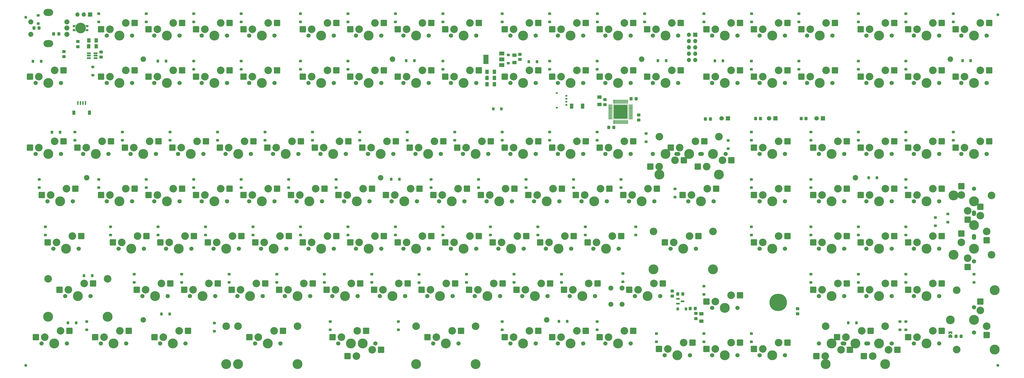
<source format=gbr>
G04 #@! TF.GenerationSoftware,KiCad,Pcbnew,7.0.2*
G04 #@! TF.CreationDate,2023-05-19T23:45:26-04:00*
G04 #@! TF.ProjectId,Boston-keyboard-V082DHA,426f7374-6f6e-42d6-9b65-79626f617264,rev?*
G04 #@! TF.SameCoordinates,Original*
G04 #@! TF.FileFunction,Soldermask,Bot*
G04 #@! TF.FilePolarity,Negative*
%FSLAX46Y46*%
G04 Gerber Fmt 4.6, Leading zero omitted, Abs format (unit mm)*
G04 Created by KiCad (PCBNEW 7.0.2) date 2023-05-19 23:45:26*
%MOMM*%
%LPD*%
G01*
G04 APERTURE LIST*
G04 Aperture macros list*
%AMRoundRect*
0 Rectangle with rounded corners*
0 $1 Rounding radius*
0 $2 $3 $4 $5 $6 $7 $8 $9 X,Y pos of 4 corners*
0 Add a 4 corners polygon primitive as box body*
4,1,4,$2,$3,$4,$5,$6,$7,$8,$9,$2,$3,0*
0 Add four circle primitives for the rounded corners*
1,1,$1+$1,$2,$3*
1,1,$1+$1,$4,$5*
1,1,$1+$1,$6,$7*
1,1,$1+$1,$8,$9*
0 Add four rect primitives between the rounded corners*
20,1,$1+$1,$2,$3,$4,$5,0*
20,1,$1+$1,$4,$5,$6,$7,0*
20,1,$1+$1,$6,$7,$8,$9,0*
20,1,$1+$1,$8,$9,$2,$3,0*%
%AMFreePoly0*
4,1,6,1.000000,0.000000,0.500000,-0.750000,-0.500000,-0.750000,-0.500000,0.750000,0.500000,0.750000,1.000000,0.000000,1.000000,0.000000,$1*%
%AMFreePoly1*
4,1,6,0.500000,-0.750000,-0.650000,-0.750000,-0.150000,0.000000,-0.650000,0.750000,0.500000,0.750000,0.500000,-0.750000,0.500000,-0.750000,$1*%
%AMFreePoly2*
4,1,28,0.525059,0.400000,0.532182,0.397024,0.539142,0.394142,0.539153,0.394113,0.539183,0.394101,0.542090,0.387022,0.545000,0.380000,0.545000,-0.380000,0.539142,-0.394142,0.525000,-0.400000,-0.650000,-0.400000,-0.664142,-0.394142,-0.670000,-0.380000,-0.664142,-0.365858,-0.650000,-0.360000,-0.645403,-0.360000,-0.649771,-0.349394,-0.646861,-0.337380,-0.596034,-0.254811,-0.509604,-0.081220,
-0.439105,0.099429,-0.385107,0.285677,-0.366569,0.380847,-0.365754,0.382315,-0.365871,0.382599,-0.359972,0.396724,-0.345813,0.402541,0.525059,0.400000,0.525059,0.400000,$1*%
%AMFreePoly3*
4,1,27,0.539142,0.394142,0.545000,0.380000,0.545000,-0.380000,0.542090,-0.387022,0.539183,-0.394101,0.539153,-0.394113,0.539142,-0.394142,0.532182,-0.397024,0.525059,-0.400000,-0.345813,-0.402541,-0.359972,-0.396724,-0.365871,-0.382599,-0.360054,-0.368440,-0.356003,-0.366748,-0.366375,-0.362091,-0.372521,-0.351367,-0.392501,-0.256009,-0.449448,-0.069660,-0.522971,0.110794,-0.612470,0.283880,
-0.664821,0.366049,-0.665820,0.369911,-0.670000,0.380000,-0.664142,0.394142,-0.650000,0.400000,0.525000,0.400000,0.539142,0.394142,0.539142,0.394142,$1*%
%AMFreePoly4*
4,1,31,0.319736,0.407785,0.429772,0.357533,0.521194,0.278316,0.586594,0.176551,0.620674,0.060484,0.620674,-0.060484,0.586594,-0.176551,0.521194,-0.278316,0.429772,-0.357533,0.319736,-0.407785,0.199999,-0.425000,-0.575001,-0.424979,-0.592678,-0.417657,-0.600000,-0.399978,-0.592678,-0.382301,-0.590938,-0.381580,-0.588854,-0.372453,-0.535362,-0.282963,-0.445108,-0.094990,-0.372348,0.100422,
-0.317686,0.301647,-0.299623,0.404329,-0.293189,0.416443,-0.292678,0.417678,-0.292493,0.417754,-0.292376,0.417975,-0.278492,0.424755,-0.276455,0.424396,-0.275000,0.425000,0.200000,0.425000,0.319736,0.407785,0.319736,0.407785,$1*%
G04 Aperture macros list end*
%ADD10RoundRect,0.254000X1.016000X1.016000X-1.016000X1.016000X-1.016000X-1.016000X1.016000X-1.016000X0*%
%ADD11C,3.048000*%
%ADD12C,3.987800*%
%ADD13C,1.701800*%
%ADD14C,0.800000*%
%ADD15C,7.000000*%
%ADD16C,2.200000*%
%ADD17R,1.800000X1.800000*%
%ADD18C,1.800000*%
%ADD19C,1.152000*%
%ADD20C,2.000000*%
%ADD21R,1.700000X1.700000*%
%ADD22O,1.700000X1.700000*%
%ADD23C,3.500000*%
%ADD24RoundRect,0.250000X-0.350000X0.250000X-0.350000X-0.250000X0.350000X-0.250000X0.350000X0.250000X0*%
%ADD25RoundRect,0.250001X0.624999X-0.462499X0.624999X0.462499X-0.624999X0.462499X-0.624999X-0.462499X0*%
%ADD26RoundRect,0.250000X0.250000X0.350000X-0.250000X0.350000X-0.250000X-0.350000X0.250000X-0.350000X0*%
%ADD27RoundRect,0.250001X-0.462499X-0.624999X0.462499X-0.624999X0.462499X0.624999X-0.462499X0.624999X0*%
%ADD28R,2.000000X1.500000*%
%ADD29R,2.000000X3.800000*%
%ADD30RoundRect,0.254000X-1.016000X1.016000X-1.016000X-1.016000X1.016000X-1.016000X1.016000X1.016000X0*%
%ADD31RoundRect,0.250000X-0.450000X0.325000X-0.450000X-0.325000X0.450000X-0.325000X0.450000X0.325000X0*%
%ADD32RoundRect,0.254000X-1.016000X-1.016000X1.016000X-1.016000X1.016000X1.016000X-1.016000X1.016000X0*%
%ADD33RoundRect,0.250000X0.350000X0.450000X-0.350000X0.450000X-0.350000X-0.450000X0.350000X-0.450000X0*%
%ADD34RoundRect,0.150000X0.275000X-0.150000X0.275000X0.150000X-0.275000X0.150000X-0.275000X-0.150000X0*%
%ADD35RoundRect,0.175000X0.225000X-0.175000X0.225000X0.175000X-0.225000X0.175000X-0.225000X-0.175000X0*%
%ADD36R,1.400000X2.100000*%
%ADD37RoundRect,0.250000X-0.450000X0.350000X-0.450000X-0.350000X0.450000X-0.350000X0.450000X0.350000X0*%
%ADD38FreePoly0,90.000000*%
%ADD39FreePoly1,90.000000*%
%ADD40RoundRect,0.250001X-0.624999X0.462499X-0.624999X-0.462499X0.624999X-0.462499X0.624999X0.462499X0*%
%ADD41RoundRect,0.250000X0.450000X-0.325000X0.450000X0.325000X-0.450000X0.325000X-0.450000X-0.325000X0*%
%ADD42RoundRect,0.254000X1.016000X-1.016000X1.016000X1.016000X-1.016000X1.016000X-1.016000X-1.016000X0*%
%ADD43RoundRect,0.075000X0.662500X0.075000X-0.662500X0.075000X-0.662500X-0.075000X0.662500X-0.075000X0*%
%ADD44RoundRect,0.075000X0.075000X0.662500X-0.075000X0.662500X-0.075000X-0.662500X0.075000X-0.662500X0*%
%ADD45C,2.032000*%
%ADD46O,3.900000X2.799999*%
%ADD47RoundRect,0.250000X0.325000X0.450000X-0.325000X0.450000X-0.325000X-0.450000X0.325000X-0.450000X0*%
%ADD48RoundRect,0.250000X-0.325000X-0.450000X0.325000X-0.450000X0.325000X0.450000X-0.325000X0.450000X0*%
%ADD49R,1.560000X0.650000*%
%ADD50R,0.600000X1.550000*%
%ADD51C,0.500000*%
%ADD52R,1.200000X1.800000*%
%ADD53RoundRect,0.250000X0.350000X-0.250000X0.350000X0.250000X-0.350000X0.250000X-0.350000X-0.250000X0*%
%ADD54RoundRect,0.062500X0.375000X0.062500X-0.375000X0.062500X-0.375000X-0.062500X0.375000X-0.062500X0*%
%ADD55RoundRect,0.062500X0.062500X0.375000X-0.062500X0.375000X-0.062500X-0.375000X0.062500X-0.375000X0*%
%ADD56R,5.600000X5.600000*%
%ADD57C,4.250000*%
%ADD58FreePoly2,180.000000*%
%ADD59FreePoly3,180.000000*%
%ADD60FreePoly4,0.000000*%
%ADD61FreePoly3,0.000000*%
%ADD62RoundRect,0.150000X-0.587500X-0.150000X0.587500X-0.150000X0.587500X0.150000X-0.587500X0.150000X0*%
G04 APERTURE END LIST*
D10*
X218177750Y-160660000D03*
X231639750Y-158120000D03*
D11*
X221733750Y-160660000D03*
X228083750Y-158120000D03*
X237481750Y-156215000D03*
D12*
X213605750Y-171455000D03*
D11*
X213605750Y-156215000D03*
D13*
X220463750Y-163200000D03*
D12*
X225543750Y-163200000D03*
D13*
X230623750Y-163200000D03*
D12*
X237481750Y-171455000D03*
D10*
X146740250Y-160660000D03*
X160202250Y-158120000D03*
D11*
X150296250Y-160660000D03*
D12*
X166044250Y-171455000D03*
X154106250Y-163200000D03*
D11*
X156646250Y-158120000D03*
X166044250Y-156215000D03*
X142168250Y-156215000D03*
D13*
X149026250Y-163200000D03*
D12*
X142168250Y-171455000D03*
D13*
X159186250Y-163200000D03*
D12*
X187443750Y-163200000D03*
D11*
X137405750Y-156215000D03*
X237481750Y-156215000D03*
D13*
X182363750Y-163200000D03*
X192523750Y-163200000D03*
D12*
X137405750Y-171455000D03*
X237481750Y-171455000D03*
D11*
X189983750Y-158120000D03*
X183633750Y-160660000D03*
D10*
X193539750Y-158120000D03*
X180077750Y-160660000D03*
D14*
X356268500Y-146649500D03*
X357037345Y-144793345D03*
X357037345Y-148505655D03*
X358893500Y-144024500D03*
D15*
X358893500Y-146649500D03*
D14*
X358893500Y-149274500D03*
X360749655Y-144793345D03*
X360749655Y-148505655D03*
X361518500Y-146649500D03*
D16*
X304125200Y-48899992D03*
X389850272Y-96525032D03*
X427950304Y-48899992D03*
D17*
X338732500Y-72712500D03*
D18*
X336192500Y-72712500D03*
D19*
X447000000Y-31000000D03*
D17*
X357782500Y-72712500D03*
D18*
X355242500Y-72712500D03*
D20*
X291750000Y-147400000D03*
X291750000Y-140900000D03*
X296250000Y-147400000D03*
X296250000Y-140900000D03*
D21*
X82825000Y-30950000D03*
D22*
X80285000Y-30950000D03*
X77745000Y-30950000D03*
D19*
X57000000Y-172000000D03*
D16*
X266025168Y-153675080D03*
D19*
X57000000Y-32000000D03*
D16*
X199350112Y-96525032D03*
X104100032Y-153675080D03*
X204112500Y-48900000D03*
D23*
X427950304Y-153675080D03*
D16*
X81478138Y-96525032D03*
D21*
X325655625Y-39087500D03*
D22*
X323115625Y-39087500D03*
X325655625Y-41627500D03*
X323115625Y-41627500D03*
X325655625Y-44167500D03*
X323115625Y-44167500D03*
X325655625Y-46707500D03*
X323115625Y-46707500D03*
X325655625Y-49247500D03*
X323115625Y-49247500D03*
D17*
X376832500Y-72712500D03*
D18*
X374292500Y-72712500D03*
D19*
X447000000Y-172000000D03*
D24*
X124340625Y-97256250D03*
X124340625Y-100556250D03*
D13*
X280630000Y-87000000D03*
D11*
X278090000Y-81920000D03*
D12*
X275550000Y-87000000D03*
D11*
X271740000Y-84460000D03*
D13*
X270470000Y-87000000D03*
D10*
X281646000Y-81920000D03*
X268184000Y-84460000D03*
D12*
X401788000Y-171455000D03*
D11*
X401788000Y-156215000D03*
D13*
X394930000Y-163200000D03*
D11*
X392390000Y-158120000D03*
D12*
X389850000Y-163200000D03*
D11*
X386040000Y-160660000D03*
D13*
X384770000Y-163200000D03*
D12*
X377912000Y-171455000D03*
D11*
X377912000Y-156215000D03*
D10*
X395946000Y-158120000D03*
X382484000Y-160660000D03*
D25*
X253100000Y-50212500D03*
X253100000Y-47237500D03*
D24*
X238640625Y-97256250D03*
X238640625Y-100556250D03*
D26*
X262150000Y-49925000D03*
X258850000Y-49925000D03*
D27*
X242012500Y-53925000D03*
X244987500Y-53925000D03*
D13*
X256817500Y-125100000D03*
D11*
X254277500Y-120020000D03*
D12*
X251737500Y-125100000D03*
D11*
X247927500Y-122560000D03*
D13*
X246657500Y-125100000D03*
D10*
X257833500Y-120020000D03*
X244371500Y-122560000D03*
D24*
X286265625Y-49631250D03*
X286265625Y-52931250D03*
D13*
X423505000Y-163200000D03*
D11*
X420965000Y-158120000D03*
D12*
X418425000Y-163200000D03*
D11*
X414615000Y-160660000D03*
D13*
X413345000Y-163200000D03*
D10*
X424521000Y-158120000D03*
X411059000Y-160660000D03*
D13*
X261580000Y-163200000D03*
D11*
X259040000Y-158120000D03*
D12*
X256500000Y-163200000D03*
D11*
X252690000Y-160660000D03*
D13*
X251420000Y-163200000D03*
D10*
X262596000Y-158120000D03*
X249134000Y-160660000D03*
D24*
X224353125Y-49631250D03*
X224353125Y-52931250D03*
D13*
X99655000Y-58425000D03*
D11*
X97115000Y-53345000D03*
D12*
X94575000Y-58425000D03*
D11*
X90765000Y-55885000D03*
D13*
X89495000Y-58425000D03*
D10*
X100671000Y-53345000D03*
X87209000Y-55885000D03*
D13*
X309205000Y-106050000D03*
D11*
X306665000Y-100970000D03*
D12*
X304125000Y-106050000D03*
D11*
X300315000Y-103510000D03*
D13*
X299045000Y-106050000D03*
D10*
X310221000Y-100970000D03*
X296759000Y-103510000D03*
D28*
X247950000Y-46625000D03*
X247950000Y-48925000D03*
D29*
X241650000Y-48925000D03*
D28*
X247950000Y-51225000D03*
D24*
X276778750Y-97256250D03*
X276778750Y-100556250D03*
D13*
X218717500Y-39375000D03*
D11*
X216177500Y-34295000D03*
D12*
X213637500Y-39375000D03*
D11*
X209827500Y-36835000D03*
D13*
X208557500Y-39375000D03*
D10*
X219733500Y-34295000D03*
X206271500Y-36835000D03*
D24*
X348178125Y-78206250D03*
X348178125Y-81506250D03*
D27*
X242012500Y-58925000D03*
X244987500Y-58925000D03*
D26*
X63150000Y-49725000D03*
X59850000Y-49725000D03*
D13*
X437475000Y-100970000D03*
D11*
X432395000Y-103510000D03*
D12*
X437475000Y-106050000D03*
D11*
X434935000Y-109860000D03*
D13*
X437475000Y-111130000D03*
D30*
X432395000Y-99954000D03*
X434935000Y-113416000D03*
D31*
X87200000Y-46000000D03*
X87200000Y-48050000D03*
D13*
X342542500Y-58425000D03*
D11*
X340002500Y-53345000D03*
D12*
X337462500Y-58425000D03*
D11*
X333652500Y-55885000D03*
D13*
X332382500Y-58425000D03*
D10*
X343558500Y-53345000D03*
X330096500Y-55885000D03*
D13*
X361592500Y-125100000D03*
D11*
X359052500Y-120020000D03*
D12*
X356512500Y-125100000D03*
D11*
X352702500Y-122560000D03*
D13*
X351432500Y-125100000D03*
D10*
X362608500Y-120020000D03*
X349146500Y-122560000D03*
D24*
X348216250Y-30581250D03*
X348216250Y-33881250D03*
D13*
X361592500Y-106050000D03*
D11*
X359052500Y-100970000D03*
D12*
X356512500Y-106050000D03*
D11*
X352702500Y-103510000D03*
D13*
X351432500Y-106050000D03*
D10*
X362608500Y-100970000D03*
X349146500Y-103510000D03*
D24*
X76715625Y-78206250D03*
X76715625Y-81506250D03*
X114853750Y-78206250D03*
X114853750Y-81506250D03*
D26*
X212906372Y-49495305D03*
X209606372Y-49495305D03*
D27*
X82262500Y-41325000D03*
X85237500Y-41325000D03*
D13*
X423505000Y-125100000D03*
D11*
X420965000Y-120020000D03*
D12*
X418425000Y-125100000D03*
D11*
X414615000Y-122560000D03*
D13*
X413345000Y-125100000D03*
D10*
X424521000Y-120020000D03*
X411059000Y-122560000D03*
D13*
X97273750Y-163200000D03*
D11*
X94733750Y-158120000D03*
D12*
X92193750Y-163200000D03*
D11*
X88383750Y-160660000D03*
D13*
X87113750Y-163200000D03*
D10*
X98289750Y-158120000D03*
X84827750Y-160660000D03*
D12*
X89844250Y-152405000D03*
D11*
X89844250Y-137165000D03*
D13*
X82986250Y-144150000D03*
D11*
X80446250Y-139070000D03*
D12*
X77906250Y-144150000D03*
D11*
X74096250Y-141610000D03*
D13*
X72826250Y-144150000D03*
D12*
X65968250Y-152405000D03*
D11*
X65968250Y-137165000D03*
D10*
X84002250Y-139070000D03*
X70540250Y-141610000D03*
D13*
X394295000Y-163200000D03*
D11*
X396835000Y-168280000D03*
D12*
X399375000Y-163200000D03*
D11*
X403185000Y-165740000D03*
D13*
X404455000Y-163200000D03*
D32*
X393279000Y-168280000D03*
X406741000Y-165740000D03*
D24*
X243403125Y-116306250D03*
X243403125Y-119606250D03*
D13*
X142517500Y-125100000D03*
D11*
X139977500Y-120020000D03*
D12*
X137437500Y-125100000D03*
D11*
X133627500Y-122560000D03*
D13*
X132357500Y-125100000D03*
D10*
X143533500Y-120020000D03*
X130071500Y-122560000D03*
D13*
X299680000Y-39375000D03*
D11*
X297140000Y-34295000D03*
D12*
X294600000Y-39375000D03*
D11*
X290790000Y-36835000D03*
D13*
X289520000Y-39375000D03*
D10*
X300696000Y-34295000D03*
X287234000Y-36835000D03*
D13*
X333017500Y-106050000D03*
D11*
X330477500Y-100970000D03*
D12*
X327937500Y-106050000D03*
D11*
X324127500Y-103510000D03*
D13*
X322857500Y-106050000D03*
D10*
X334033500Y-100970000D03*
X320571500Y-103510000D03*
D13*
X132992500Y-144150000D03*
D11*
X130452500Y-139070000D03*
D12*
X127912500Y-144150000D03*
D11*
X124102500Y-141610000D03*
D13*
X122832500Y-144150000D03*
D10*
X134008500Y-139070000D03*
X120546500Y-141610000D03*
D24*
X407709375Y-154406250D03*
X407709375Y-157706250D03*
X329128125Y-30581250D03*
X329128125Y-33881250D03*
D13*
X266342500Y-144150000D03*
D11*
X263802500Y-139070000D03*
D12*
X261262500Y-144150000D03*
D11*
X257452500Y-141610000D03*
D13*
X256182500Y-144150000D03*
D10*
X267358500Y-139070000D03*
X253896500Y-141610000D03*
D13*
X218717500Y-125100000D03*
D11*
X216177500Y-120020000D03*
D12*
X213637500Y-125100000D03*
D11*
X209827500Y-122560000D03*
D13*
X208557500Y-125100000D03*
D10*
X219733500Y-120020000D03*
X206271500Y-122560000D03*
D24*
X172003750Y-78206250D03*
X172003750Y-81506250D03*
D13*
X185380000Y-87000000D03*
D11*
X182840000Y-81920000D03*
D12*
X180300000Y-87000000D03*
D11*
X176490000Y-84460000D03*
D13*
X175220000Y-87000000D03*
D10*
X186396000Y-81920000D03*
X172934000Y-84460000D03*
D12*
X332731964Y-133355000D03*
D11*
X332731964Y-118115000D03*
D13*
X325873964Y-125100000D03*
D11*
X323333964Y-120020000D03*
D12*
X320793964Y-125100000D03*
D11*
X316983964Y-122560000D03*
D13*
X315713964Y-125100000D03*
D12*
X308855964Y-133355000D03*
D11*
X308855964Y-118115000D03*
D10*
X326889964Y-120020000D03*
X313427964Y-122560000D03*
D24*
X219590625Y-97256250D03*
X219590625Y-100556250D03*
D13*
X299680000Y-87000000D03*
D11*
X297140000Y-81920000D03*
D12*
X294600000Y-87000000D03*
D11*
X290790000Y-84460000D03*
D13*
X289520000Y-87000000D03*
D10*
X300696000Y-81920000D03*
X287234000Y-84460000D03*
D13*
X156805000Y-58425000D03*
D11*
X154265000Y-53345000D03*
D12*
X151725000Y-58425000D03*
D11*
X147915000Y-55885000D03*
D13*
X146645000Y-58425000D03*
D10*
X157821000Y-53345000D03*
X144359000Y-55885000D03*
D13*
X199667500Y-125100000D03*
D11*
X197127500Y-120020000D03*
D12*
X194587500Y-125100000D03*
D11*
X190777500Y-122560000D03*
D13*
X189507500Y-125100000D03*
D10*
X200683500Y-120020000D03*
X187221500Y-122560000D03*
D26*
X70750000Y-78225000D03*
X67450000Y-78225000D03*
D13*
X261580160Y-39375000D03*
D11*
X259040160Y-34295000D03*
D12*
X256500160Y-39375000D03*
D11*
X252690160Y-36835000D03*
D13*
X251420160Y-39375000D03*
D10*
X262596160Y-34295000D03*
X249134160Y-36835000D03*
D24*
X167241250Y-116306250D03*
X167241250Y-119606250D03*
D13*
X223480000Y-87000000D03*
D11*
X220940000Y-81920000D03*
D12*
X218400000Y-87000000D03*
D11*
X214590000Y-84460000D03*
D13*
X213320000Y-87000000D03*
D10*
X224496000Y-81920000D03*
X211034000Y-84460000D03*
D13*
X442555000Y-87000000D03*
D11*
X440015000Y-81920000D03*
D12*
X437475000Y-87000000D03*
D11*
X433665000Y-84460000D03*
D13*
X432395000Y-87000000D03*
D10*
X443571000Y-81920000D03*
X430109000Y-84460000D03*
D24*
X296600000Y-135075000D03*
X296600000Y-138375000D03*
X410090625Y-97256250D03*
X410090625Y-100556250D03*
D31*
X289400000Y-65139069D03*
X289400000Y-67189069D03*
D13*
X118705000Y-106050000D03*
D11*
X116165000Y-100970000D03*
D12*
X113625000Y-106050000D03*
D11*
X109815000Y-103510000D03*
D13*
X108545000Y-106050000D03*
D10*
X119721000Y-100970000D03*
X106259000Y-103510000D03*
D13*
X194905000Y-106050000D03*
D11*
X192365000Y-100970000D03*
D12*
X189825000Y-106050000D03*
D11*
X186015000Y-103510000D03*
D13*
X184745000Y-106050000D03*
D10*
X195921000Y-100970000D03*
X182459000Y-103510000D03*
D24*
X61975000Y-31275000D03*
X61975000Y-34575000D03*
D13*
X113942500Y-144150000D03*
D11*
X111402500Y-139070000D03*
D12*
X108862500Y-144150000D03*
D11*
X105052500Y-141610000D03*
D13*
X103782500Y-144150000D03*
D10*
X114958500Y-139070000D03*
X101496500Y-141610000D03*
D13*
X404455000Y-144150000D03*
D11*
X401915000Y-139070000D03*
D12*
X399375000Y-144150000D03*
D11*
X395565000Y-141610000D03*
D13*
X394295000Y-144150000D03*
D10*
X405471000Y-139070000D03*
X392009000Y-141610000D03*
D13*
X190142500Y-144150000D03*
D11*
X187602500Y-139070000D03*
D12*
X185062500Y-144150000D03*
D11*
X181252500Y-141610000D03*
D13*
X179982500Y-144150000D03*
D10*
X191158500Y-139070000D03*
X177696500Y-141610000D03*
D24*
X367228125Y-30581250D03*
X367228125Y-33881250D03*
D13*
X90130000Y-87000000D03*
D11*
X87590000Y-81920000D03*
D12*
X85050000Y-87000000D03*
D11*
X81240000Y-84460000D03*
D13*
X79970000Y-87000000D03*
D10*
X91146000Y-81920000D03*
X77684000Y-84460000D03*
D12*
X335113000Y-95255000D03*
D11*
X335113000Y-80015000D03*
D13*
X328255000Y-87000000D03*
D11*
X325715000Y-81920000D03*
D12*
X323175000Y-87000000D03*
D11*
X319365000Y-84460000D03*
D13*
X318095000Y-87000000D03*
D12*
X311237000Y-95255000D03*
D11*
X311237000Y-80015000D03*
D10*
X329271000Y-81920000D03*
X315809000Y-84460000D03*
D24*
X143390625Y-30581250D03*
X143390625Y-33881250D03*
D13*
X128230000Y-87000000D03*
D11*
X125690000Y-81920000D03*
D12*
X123150000Y-87000000D03*
D11*
X119340000Y-84460000D03*
D13*
X118070000Y-87000000D03*
D10*
X129246000Y-81920000D03*
X115784000Y-84460000D03*
D31*
X366700000Y-149200000D03*
X366700000Y-151250000D03*
D24*
X437475000Y-135356250D03*
X437475000Y-138656250D03*
D13*
X423505000Y-87000000D03*
D11*
X420965000Y-81920000D03*
D12*
X418425000Y-87000000D03*
D11*
X414615000Y-84460000D03*
D13*
X413345000Y-87000000D03*
D10*
X424521000Y-81920000D03*
X411059000Y-84460000D03*
D13*
X442555000Y-58425000D03*
D11*
X440015000Y-53345000D03*
D12*
X437475000Y-58425000D03*
D11*
X433665000Y-55885000D03*
D13*
X432395000Y-58425000D03*
D10*
X443571000Y-53345000D03*
X430109000Y-55885000D03*
D13*
X199667606Y-39375000D03*
D11*
X197127606Y-34295000D03*
D12*
X194587606Y-39375000D03*
D11*
X190777606Y-36835000D03*
D13*
X189507606Y-39375000D03*
D10*
X200683606Y-34295000D03*
X187221606Y-36835000D03*
D13*
X404455000Y-39375000D03*
D11*
X401915000Y-34295000D03*
D12*
X399375000Y-39375000D03*
D11*
X395565000Y-36835000D03*
D13*
X394295000Y-39375000D03*
D10*
X405471000Y-34295000D03*
X392009000Y-36835000D03*
D24*
X205341250Y-30581250D03*
X205341250Y-33881250D03*
D13*
X156805000Y-39375000D03*
D11*
X154265000Y-34295000D03*
D12*
X151725000Y-39375000D03*
D11*
X147915000Y-36835000D03*
D13*
X146645000Y-39375000D03*
D10*
X157821000Y-34295000D03*
X144359000Y-36835000D03*
D24*
X317460000Y-101066250D03*
X317460000Y-104366250D03*
X124340625Y-49631250D03*
X124340625Y-52931250D03*
D31*
X77900000Y-41800000D03*
X77900000Y-43850000D03*
D24*
X81478125Y-154406250D03*
X81478125Y-157706250D03*
D33*
X351800000Y-72725000D03*
X349800000Y-72725000D03*
D13*
X275867500Y-125100000D03*
D11*
X273327500Y-120020000D03*
D12*
X270787500Y-125100000D03*
D11*
X266977500Y-122560000D03*
D13*
X265707500Y-125100000D03*
D10*
X276883500Y-120020000D03*
X263421500Y-122560000D03*
D13*
X237767500Y-58425000D03*
D11*
X235227500Y-53345000D03*
D12*
X232687500Y-58425000D03*
D11*
X228877500Y-55885000D03*
D13*
X227607500Y-58425000D03*
D10*
X238783500Y-53345000D03*
X225321500Y-55885000D03*
D34*
X273875000Y-67225000D03*
X273875000Y-66025000D03*
X273875000Y-64825000D03*
X273875000Y-63625000D03*
D35*
X270100000Y-68375000D03*
X270100000Y-62475000D03*
D13*
X404455000Y-125100000D03*
D11*
X401915000Y-120020000D03*
D12*
X399375000Y-125100000D03*
D11*
X395565000Y-122560000D03*
D13*
X394295000Y-125100000D03*
D10*
X405471000Y-120020000D03*
X392009000Y-122560000D03*
D36*
X280400000Y-67725000D03*
X276000000Y-67725000D03*
D13*
X280630000Y-39375000D03*
D11*
X278090000Y-34295000D03*
D12*
X275550000Y-39375000D03*
D11*
X271740000Y-36835000D03*
D13*
X270470000Y-39375000D03*
D10*
X281646000Y-34295000D03*
X268184000Y-36835000D03*
D13*
X342542500Y-148912500D03*
D11*
X340002500Y-143832500D03*
D12*
X337462500Y-148912500D03*
D11*
X333652500Y-146372500D03*
D13*
X332382500Y-148912500D03*
D10*
X343558500Y-143832500D03*
X330096500Y-146372500D03*
D24*
X64809375Y-116306250D03*
X64809375Y-119606250D03*
X348178125Y-159168750D03*
X348178125Y-162468750D03*
D13*
X209192500Y-144150000D03*
D11*
X206652500Y-139070000D03*
D12*
X204112500Y-144150000D03*
D11*
X200302500Y-141610000D03*
D13*
X199032500Y-144150000D03*
D10*
X210208500Y-139070000D03*
X196746500Y-141610000D03*
D24*
X124340625Y-30581250D03*
X124340625Y-33881250D03*
D37*
X255300000Y-46925000D03*
X255300000Y-48925000D03*
D24*
X91003125Y-116306250D03*
X91003125Y-119606250D03*
X301743948Y-116306300D03*
X301743948Y-119606300D03*
D13*
X180617500Y-58425000D03*
D11*
X178077500Y-53345000D03*
D12*
X175537500Y-58425000D03*
D11*
X171727500Y-55885000D03*
D13*
X170457500Y-58425000D03*
D10*
X181633500Y-53345000D03*
X168171500Y-55885000D03*
D13*
X437475000Y-120020000D03*
D11*
X432395000Y-122560000D03*
D12*
X437475000Y-125100000D03*
D11*
X434935000Y-128910000D03*
D13*
X437475000Y-130180000D03*
D30*
X432395000Y-119004000D03*
X434935000Y-132466000D03*
D38*
X427950304Y-160353210D03*
D39*
X427950304Y-158903210D03*
D13*
X327620000Y-87000000D03*
D11*
X330160000Y-92080000D03*
D12*
X332700000Y-87000000D03*
D11*
X336510000Y-89540000D03*
D13*
X337780000Y-87000000D03*
D32*
X326604000Y-92080000D03*
X340066000Y-89540000D03*
D24*
X119578125Y-135356250D03*
X119578125Y-138656250D03*
D13*
X187126250Y-163200000D03*
D11*
X189666250Y-168280000D03*
D12*
X192206250Y-163200000D03*
D11*
X196016250Y-165740000D03*
D13*
X197286250Y-163200000D03*
D32*
X186110250Y-168280000D03*
X199572250Y-165740000D03*
D24*
X295790625Y-97256250D03*
X295790625Y-100556250D03*
X83859375Y-52012500D03*
X83859375Y-55312500D03*
D13*
X180617590Y-39375000D03*
D11*
X178077590Y-34295000D03*
D12*
X175537590Y-39375000D03*
D11*
X171727590Y-36835000D03*
D13*
X170457590Y-39375000D03*
D10*
X181633590Y-34295000D03*
X168171590Y-36835000D03*
D13*
X290155000Y-106050000D03*
D11*
X287615000Y-100970000D03*
D12*
X285075000Y-106050000D03*
D11*
X281265000Y-103510000D03*
D13*
X279995000Y-106050000D03*
D10*
X291171000Y-100970000D03*
X277709000Y-103510000D03*
D13*
X308570000Y-87000000D03*
D11*
X311110000Y-92080000D03*
D12*
X313650000Y-87000000D03*
D11*
X317460000Y-89540000D03*
D13*
X318730000Y-87000000D03*
D32*
X307554000Y-92080000D03*
X321016000Y-89540000D03*
D13*
X404455000Y-106050000D03*
D11*
X401915000Y-100970000D03*
D12*
X399375000Y-106050000D03*
D11*
X395565000Y-103510000D03*
D13*
X394295000Y-106050000D03*
D10*
X405471000Y-100970000D03*
X392009000Y-103510000D03*
D24*
X329128125Y-140118750D03*
X329128125Y-143418750D03*
D13*
X118705000Y-39375000D03*
D11*
X116165000Y-34295000D03*
D12*
X113625000Y-39375000D03*
D11*
X109815000Y-36835000D03*
D13*
X108545000Y-39375000D03*
D10*
X119721000Y-34295000D03*
X106259000Y-36835000D03*
D40*
X328100000Y-151237500D03*
X328100000Y-154212500D03*
D13*
X237767500Y-125100000D03*
D11*
X235227500Y-120020000D03*
D12*
X232687500Y-125100000D03*
D11*
X228877500Y-122560000D03*
D13*
X227607500Y-125100000D03*
D10*
X238783500Y-120020000D03*
X225321500Y-122560000D03*
D24*
X348178125Y-116306250D03*
X348178125Y-119606250D03*
D13*
X137755000Y-106050000D03*
D11*
X135215000Y-100970000D03*
D12*
X132675000Y-106050000D03*
D11*
X128865000Y-103510000D03*
D13*
X127595000Y-106050000D03*
D10*
X138771000Y-100970000D03*
X125309000Y-103510000D03*
D13*
X199667500Y-58425000D03*
D11*
X197127500Y-53345000D03*
D12*
X194587500Y-58425000D03*
D11*
X190777500Y-55885000D03*
D13*
X189507500Y-58425000D03*
D10*
X200683500Y-53345000D03*
X187221500Y-55885000D03*
D26*
X436148747Y-49495305D03*
X432848747Y-49495305D03*
D24*
X305911139Y-78801581D03*
X305911139Y-82101581D03*
X129103125Y-116306250D03*
X129103125Y-119606250D03*
D41*
X302900000Y-73350000D03*
X302900000Y-71300000D03*
D13*
X171092500Y-144150000D03*
D11*
X168552500Y-139070000D03*
D12*
X166012500Y-144150000D03*
D11*
X162202500Y-141610000D03*
D13*
X160932500Y-144150000D03*
D10*
X172108500Y-139070000D03*
X158646500Y-141610000D03*
D13*
X342542500Y-167962500D03*
D11*
X340002500Y-162882500D03*
D12*
X337462500Y-167962500D03*
D11*
X333652500Y-165422500D03*
D13*
X332382500Y-167962500D03*
D10*
X343558500Y-162882500D03*
X330096500Y-165422500D03*
D13*
X75842500Y-106050000D03*
D11*
X73302500Y-100970000D03*
D12*
X70762500Y-106050000D03*
D11*
X66952500Y-103510000D03*
D13*
X65682500Y-106050000D03*
D10*
X76858500Y-100970000D03*
X63396500Y-103510000D03*
D13*
X375245000Y-163200000D03*
D11*
X377785000Y-168280000D03*
D12*
X380325000Y-163200000D03*
D11*
X384135000Y-165740000D03*
D13*
X385405000Y-163200000D03*
D32*
X374229000Y-168280000D03*
X387691000Y-165740000D03*
D24*
X329128125Y-159168750D03*
X329128125Y-162468750D03*
X371990625Y-97256250D03*
X371990625Y-100556250D03*
D13*
X99655000Y-106050000D03*
D11*
X97115000Y-100970000D03*
D12*
X94575000Y-106050000D03*
D11*
X90765000Y-103510000D03*
D13*
X89495000Y-106050000D03*
D10*
X100671000Y-100970000D03*
X87209000Y-103510000D03*
D24*
X338800000Y-81550000D03*
X338800000Y-84850000D03*
D13*
X71080000Y-58425000D03*
D11*
X68540000Y-53345000D03*
D12*
X66000000Y-58425000D03*
D11*
X62190000Y-55885000D03*
D13*
X60920000Y-58425000D03*
D10*
X72096000Y-53345000D03*
X58634000Y-55885000D03*
D13*
X318730000Y-39375000D03*
D11*
X316190000Y-34295000D03*
D12*
X313650000Y-39375000D03*
D11*
X309840000Y-36835000D03*
D13*
X308570000Y-39375000D03*
D10*
X319746000Y-34295000D03*
X306284000Y-36835000D03*
D24*
X176766250Y-135356250D03*
X176766250Y-138656250D03*
X248165625Y-78206250D03*
X248165625Y-81506250D03*
D13*
X361592500Y-167962500D03*
D11*
X359052500Y-162882500D03*
D12*
X356512500Y-167962500D03*
D11*
X352702500Y-165422500D03*
D13*
X351432500Y-167962500D03*
D10*
X362608500Y-162882500D03*
X349146500Y-165422500D03*
D13*
X261580000Y-87000000D03*
D11*
X259040000Y-81920000D03*
D12*
X256500000Y-87000000D03*
D11*
X252690000Y-84460000D03*
D13*
X251420000Y-87000000D03*
D10*
X262596000Y-81920000D03*
X249134000Y-84460000D03*
D13*
X99655000Y-39375000D03*
D11*
X97115000Y-34295000D03*
D12*
X94575000Y-39375000D03*
D11*
X90765000Y-36835000D03*
D13*
X89495000Y-39375000D03*
D10*
X100671000Y-34295000D03*
X87209000Y-36835000D03*
D24*
X138628125Y-135356250D03*
X138628125Y-138656250D03*
D40*
X287200000Y-64081256D03*
X287200000Y-67056256D03*
D13*
X147280000Y-87000000D03*
D11*
X144740000Y-81920000D03*
D12*
X142200000Y-87000000D03*
D11*
X138390000Y-84460000D03*
D13*
X137120000Y-87000000D03*
D10*
X148296000Y-81920000D03*
X134834000Y-84460000D03*
D24*
X371990625Y-135356250D03*
X371990625Y-138656250D03*
X305315625Y-30581250D03*
X305315625Y-33881250D03*
D12*
X429220000Y-127513000D03*
D11*
X444460000Y-127513000D03*
D13*
X437475000Y-120655000D03*
D11*
X442555000Y-118115000D03*
D12*
X437475000Y-115575000D03*
D11*
X440015000Y-111765000D03*
D13*
X437475000Y-110495000D03*
D12*
X429220000Y-103637000D03*
D11*
X444460000Y-103637000D03*
D42*
X442555000Y-121671000D03*
X440015000Y-108209000D03*
D13*
X361592500Y-58425000D03*
D11*
X359052500Y-53345000D03*
D12*
X356512500Y-58425000D03*
D11*
X352702500Y-55885000D03*
D13*
X351432500Y-58425000D03*
D10*
X362608500Y-53345000D03*
X349146500Y-55885000D03*
D13*
X228242500Y-144150000D03*
D11*
X225702500Y-139070000D03*
D12*
X223162500Y-144150000D03*
D11*
X219352500Y-141610000D03*
D13*
X218082500Y-144150000D03*
D10*
X229258500Y-139070000D03*
X215796500Y-141610000D03*
D24*
X391040625Y-49631250D03*
X391040625Y-52931250D03*
X281503125Y-116306250D03*
X281503125Y-119606250D03*
X286265625Y-78206250D03*
X286265625Y-81506250D03*
D13*
X361592500Y-39375000D03*
D11*
X359052500Y-34295000D03*
D12*
X356512500Y-39375000D03*
D11*
X352702500Y-36835000D03*
D13*
X351432500Y-39375000D03*
D10*
X362608500Y-34295000D03*
X349146500Y-36835000D03*
D24*
X210065625Y-78206250D03*
X210065625Y-81506250D03*
X348178125Y-49631250D03*
X348178125Y-52931250D03*
D26*
X274223611Y-154270393D03*
X270923611Y-154270393D03*
D24*
X224391250Y-30581250D03*
X224391250Y-33881250D03*
D13*
X280630000Y-163200000D03*
D11*
X278090000Y-158120000D03*
D12*
X275550000Y-163200000D03*
D11*
X271740000Y-160660000D03*
D13*
X270470000Y-163200000D03*
D10*
X281646000Y-158120000D03*
X268184000Y-160660000D03*
D13*
X121086250Y-163200000D03*
D11*
X118546250Y-158120000D03*
D12*
X116006250Y-163200000D03*
D11*
X112196250Y-160660000D03*
D13*
X110926250Y-163200000D03*
D10*
X122102250Y-158120000D03*
X108640250Y-160660000D03*
D13*
X380642500Y-39375000D03*
D11*
X378102500Y-34295000D03*
D12*
X375562500Y-39375000D03*
D11*
X371752500Y-36835000D03*
D13*
X370482500Y-39375000D03*
D10*
X381658500Y-34295000D03*
X368196500Y-36835000D03*
D13*
X442555000Y-39375000D03*
D11*
X440015000Y-34295000D03*
D12*
X437475000Y-39375000D03*
D11*
X433665000Y-36835000D03*
D13*
X432395000Y-39375000D03*
D10*
X443571000Y-34295000D03*
X430109000Y-36835000D03*
D13*
X404455000Y-87000000D03*
D11*
X401915000Y-81920000D03*
D12*
X399375000Y-87000000D03*
D11*
X395565000Y-84460000D03*
D13*
X394295000Y-87000000D03*
D10*
X405471000Y-81920000D03*
X392009000Y-84460000D03*
D24*
X257690625Y-97256250D03*
X257690625Y-100556250D03*
X186253125Y-116306250D03*
X186253125Y-119606250D03*
D13*
X137755000Y-39375000D03*
D11*
X135215000Y-34295000D03*
D12*
X132675000Y-39375000D03*
D11*
X128865000Y-36835000D03*
D13*
X127595000Y-39375000D03*
D10*
X138771000Y-34295000D03*
X125309000Y-36835000D03*
D13*
X242530000Y-87000000D03*
D11*
X239990000Y-81920000D03*
D12*
X237450000Y-87000000D03*
D11*
X233640000Y-84460000D03*
D13*
X232370000Y-87000000D03*
D10*
X243546000Y-81920000D03*
X230084000Y-84460000D03*
D13*
X342542500Y-39375000D03*
D11*
X340002500Y-34295000D03*
D12*
X337462500Y-39375000D03*
D11*
X333652500Y-36835000D03*
D13*
X332382500Y-39375000D03*
D10*
X343558500Y-34295000D03*
X330096500Y-36835000D03*
D24*
X186253125Y-49631250D03*
X186253125Y-52931250D03*
X391040625Y-116306250D03*
X391040625Y-119606250D03*
D13*
X152042500Y-144150000D03*
D11*
X149502500Y-139070000D03*
D12*
X146962500Y-144150000D03*
D11*
X143152500Y-141610000D03*
D13*
X141882500Y-144150000D03*
D10*
X153058500Y-139070000D03*
X139596500Y-141610000D03*
D24*
X214828125Y-135396875D03*
X214828125Y-138696875D03*
D13*
X423505000Y-144150000D03*
D11*
X420965000Y-139070000D03*
D12*
X418425000Y-144150000D03*
D11*
X414615000Y-141610000D03*
D13*
X413345000Y-144150000D03*
D10*
X424521000Y-139070000D03*
X411059000Y-141610000D03*
D13*
X109180000Y-87000000D03*
D11*
X106640000Y-81920000D03*
D12*
X104100000Y-87000000D03*
D11*
X100290000Y-84460000D03*
D13*
X99020000Y-87000000D03*
D10*
X110196000Y-81920000D03*
X96734000Y-84460000D03*
D13*
X71080000Y-87000000D03*
D11*
X68540000Y-81920000D03*
D12*
X66000000Y-87000000D03*
D11*
X62190000Y-84460000D03*
D13*
X60920000Y-87000000D03*
D10*
X72096000Y-81920000D03*
X58634000Y-84460000D03*
D27*
X242012500Y-56425000D03*
X244987500Y-56425000D03*
D24*
X348178125Y-97256250D03*
X348178125Y-100556250D03*
X391040625Y-78206250D03*
X391040625Y-81506250D03*
D13*
X78223750Y-125100000D03*
D11*
X75683750Y-120020000D03*
D12*
X73143750Y-125100000D03*
D11*
X69333750Y-122560000D03*
D13*
X68063750Y-125100000D03*
D10*
X79239750Y-120020000D03*
X65777750Y-122560000D03*
D24*
X429140625Y-30581250D03*
X429140625Y-33881250D03*
X195816250Y-135356250D03*
X195816250Y-138656250D03*
D13*
X161567500Y-125100000D03*
D11*
X159027500Y-120020000D03*
D12*
X156487500Y-125100000D03*
D11*
X152677500Y-122560000D03*
D13*
X151407500Y-125100000D03*
D10*
X162583500Y-120020000D03*
X149121500Y-122560000D03*
D24*
X286265625Y-154406250D03*
X286265625Y-157706250D03*
D13*
X280630000Y-58425000D03*
D11*
X278090000Y-53345000D03*
D12*
X275550000Y-58425000D03*
D11*
X271740000Y-55885000D03*
D13*
X270470000Y-58425000D03*
D10*
X281646000Y-53345000D03*
X268184000Y-55885000D03*
D13*
X180617500Y-125100000D03*
D11*
X178077500Y-120020000D03*
D12*
X175537500Y-125100000D03*
D11*
X171727500Y-122560000D03*
D13*
X170457500Y-125100000D03*
D10*
X181633500Y-120020000D03*
X168171500Y-122560000D03*
D24*
X410090625Y-30581250D03*
X410090625Y-33881250D03*
D13*
X423505000Y-106050000D03*
D11*
X420965000Y-100970000D03*
D12*
X418425000Y-106050000D03*
D11*
X414615000Y-103510000D03*
D13*
X413345000Y-106050000D03*
D10*
X424521000Y-100970000D03*
X411059000Y-103510000D03*
D13*
X247292500Y-144150000D03*
D11*
X244752500Y-139070000D03*
D12*
X242212500Y-144150000D03*
D11*
X238402500Y-141610000D03*
D13*
X237132500Y-144150000D03*
D10*
X248308500Y-139070000D03*
X234846500Y-141610000D03*
D24*
X410090625Y-154406250D03*
X410090625Y-157706250D03*
D26*
X390309375Y-154865625D03*
X387009375Y-154865625D03*
D13*
X118705000Y-58425000D03*
D11*
X116165000Y-53345000D03*
D12*
X113625000Y-58425000D03*
D11*
X109815000Y-55885000D03*
D13*
X108545000Y-58425000D03*
D10*
X119721000Y-53345000D03*
X106259000Y-55885000D03*
D24*
X167203125Y-30581250D03*
X167203125Y-33881250D03*
D43*
X299813125Y-67316875D03*
X299813125Y-67816875D03*
X299813125Y-68316875D03*
X299813125Y-68816875D03*
X299813125Y-69316875D03*
X299813125Y-69816875D03*
X299813125Y-70316875D03*
X299813125Y-70816875D03*
X299813125Y-71316875D03*
X299813125Y-71816875D03*
X299813125Y-72316875D03*
X299813125Y-72816875D03*
D44*
X298400625Y-74229375D03*
X297900625Y-74229375D03*
X297400625Y-74229375D03*
X296900625Y-74229375D03*
X296400625Y-74229375D03*
X295900625Y-74229375D03*
X295400625Y-74229375D03*
X294900625Y-74229375D03*
X294400625Y-74229375D03*
X293900625Y-74229375D03*
X293400625Y-74229375D03*
X292900625Y-74229375D03*
D43*
X291488125Y-72816875D03*
X291488125Y-72316875D03*
X291488125Y-71816875D03*
X291488125Y-71316875D03*
X291488125Y-70816875D03*
X291488125Y-70316875D03*
X291488125Y-69816875D03*
X291488125Y-69316875D03*
X291488125Y-68816875D03*
X291488125Y-68316875D03*
X291488125Y-67816875D03*
X291488125Y-67316875D03*
D44*
X292900625Y-65904375D03*
X293400625Y-65904375D03*
X293900625Y-65904375D03*
X294400625Y-65904375D03*
X294900625Y-65904375D03*
X295400625Y-65904375D03*
X295900625Y-65904375D03*
X296400625Y-65904375D03*
X296900625Y-65904375D03*
X297400625Y-65904375D03*
X297900625Y-65904375D03*
X298400625Y-65904375D03*
D24*
X152953750Y-78206250D03*
X152953750Y-81506250D03*
D26*
X206953242Y-97120345D03*
X203653242Y-97120345D03*
D24*
X233878125Y-135356250D03*
X233878125Y-138656250D03*
X371990625Y-78206250D03*
X371990625Y-81506250D03*
X391040625Y-135356250D03*
X391040625Y-138656250D03*
D13*
X156805000Y-106050000D03*
D11*
X154265000Y-100970000D03*
D12*
X151725000Y-106050000D03*
D11*
X147915000Y-103510000D03*
D13*
X146645000Y-106050000D03*
D10*
X157821000Y-100970000D03*
X144359000Y-103510000D03*
D24*
X186253125Y-30581250D03*
X186253125Y-33881250D03*
D13*
X385405000Y-106050000D03*
D11*
X382865000Y-100970000D03*
D12*
X380325000Y-106050000D03*
D11*
X376515000Y-103510000D03*
D13*
X375245000Y-106050000D03*
D10*
X386421000Y-100970000D03*
X372959000Y-103510000D03*
D26*
X247850000Y-68825000D03*
X244550000Y-68825000D03*
D24*
X267215625Y-78206250D03*
X267215625Y-81506250D03*
X110053125Y-116306250D03*
X110053125Y-119606250D03*
D13*
X261580000Y-58425000D03*
D11*
X259040000Y-53345000D03*
D12*
X256500000Y-58425000D03*
D11*
X252690000Y-55885000D03*
D13*
X251420000Y-58425000D03*
D10*
X262596000Y-53345000D03*
X249134000Y-55885000D03*
D24*
X100528125Y-135356250D03*
X100528125Y-138656250D03*
D45*
X73500000Y-33875000D03*
X73500000Y-38875000D03*
X73500000Y-36375000D03*
D46*
X66000000Y-30125000D03*
X66000000Y-42625000D03*
D45*
X59000000Y-33875000D03*
X59000000Y-38875000D03*
D47*
X325625000Y-149125000D03*
X323575000Y-149125000D03*
D24*
X371990625Y-116306250D03*
X371990625Y-119606250D03*
D13*
X318730000Y-58425000D03*
D11*
X316190000Y-53345000D03*
D12*
X313650000Y-58425000D03*
D11*
X309840000Y-55885000D03*
D13*
X308570000Y-58425000D03*
D10*
X319746000Y-53345000D03*
X306284000Y-55885000D03*
D24*
X429140625Y-78206250D03*
X429140625Y-81506250D03*
X229115625Y-78206250D03*
X229115625Y-81506250D03*
D26*
X336750000Y-49525000D03*
X333450000Y-49525000D03*
D13*
X237767500Y-39375000D03*
D11*
X235227500Y-34295000D03*
D12*
X232687500Y-39375000D03*
D11*
X228877500Y-36835000D03*
D13*
X227607500Y-39375000D03*
D10*
X238783500Y-34295000D03*
X225321500Y-36835000D03*
D24*
X391040625Y-30581250D03*
X391040625Y-33881250D03*
D13*
X385405000Y-125100000D03*
D11*
X382865000Y-120020000D03*
D12*
X380325000Y-125100000D03*
D11*
X376515000Y-122560000D03*
D13*
X375245000Y-125100000D03*
D10*
X386421000Y-120020000D03*
X372959000Y-122560000D03*
D13*
X299680000Y-58425000D03*
D11*
X297140000Y-53345000D03*
D12*
X294600000Y-58425000D03*
D11*
X290790000Y-55885000D03*
D13*
X289520000Y-58425000D03*
D10*
X300696000Y-53345000D03*
X287234000Y-55885000D03*
D13*
X271105000Y-106050000D03*
D11*
X268565000Y-100970000D03*
D12*
X266025000Y-106050000D03*
D11*
X262215000Y-103510000D03*
D13*
X260945000Y-106050000D03*
D10*
X272121000Y-100970000D03*
X258659000Y-103510000D03*
D24*
X157716250Y-135356250D03*
X157716250Y-138656250D03*
D26*
X77175000Y-154900000D03*
X73875000Y-154900000D03*
D16*
X104100000Y-48900000D03*
D24*
X62428125Y-97256250D03*
X62428125Y-100556250D03*
D13*
X294917500Y-125100000D03*
D11*
X292377500Y-120020000D03*
D12*
X289837500Y-125100000D03*
D11*
X286027500Y-122560000D03*
D13*
X284757500Y-125100000D03*
D10*
X295933500Y-120020000D03*
X282471500Y-122560000D03*
D26*
X83650000Y-135900000D03*
X80350000Y-135900000D03*
D13*
X166330000Y-87000000D03*
D11*
X163790000Y-81920000D03*
D12*
X161250000Y-87000000D03*
D11*
X157440000Y-84460000D03*
D13*
X156170000Y-87000000D03*
D10*
X167346000Y-81920000D03*
X153884000Y-84460000D03*
D13*
X104417500Y-125100000D03*
D11*
X101877500Y-120020000D03*
D12*
X99337500Y-125100000D03*
D11*
X95527500Y-122560000D03*
D13*
X94257500Y-125100000D03*
D10*
X105433500Y-120020000D03*
X91971500Y-122560000D03*
D24*
X167203125Y-49631250D03*
X167203125Y-52931250D03*
D13*
X380642500Y-58425000D03*
D11*
X378102500Y-53345000D03*
D12*
X375562500Y-58425000D03*
D11*
X371752500Y-55885000D03*
D13*
X370482500Y-58425000D03*
D10*
X381658500Y-53345000D03*
X368196500Y-55885000D03*
D48*
X290875000Y-76325000D03*
X292925000Y-76325000D03*
D13*
X123467500Y-125100000D03*
D11*
X120927500Y-120020000D03*
D12*
X118387500Y-125100000D03*
D11*
X114577500Y-122560000D03*
D13*
X113307500Y-125100000D03*
D10*
X124483500Y-120020000D03*
X111021500Y-122560000D03*
D24*
X367228125Y-49631250D03*
X367228125Y-52931250D03*
D41*
X325900000Y-153150000D03*
X325900000Y-151100000D03*
D47*
X301915625Y-64821875D03*
X299865625Y-64821875D03*
D13*
X252055000Y-106050000D03*
D11*
X249515000Y-100970000D03*
D12*
X246975000Y-106050000D03*
D11*
X243165000Y-103510000D03*
D13*
X241895000Y-106050000D03*
D10*
X253071000Y-100970000D03*
X239609000Y-103510000D03*
D13*
X385405000Y-144150000D03*
D11*
X382865000Y-139070000D03*
D12*
X380325000Y-144150000D03*
D11*
X376515000Y-141610000D03*
D13*
X375245000Y-144150000D03*
D10*
X386421000Y-139070000D03*
X372959000Y-141610000D03*
D33*
X370100000Y-72725000D03*
X368100000Y-72725000D03*
D49*
X84971250Y-46521250D03*
X84971250Y-47471250D03*
X84971250Y-48421250D03*
X82271250Y-48421250D03*
X82271250Y-47471250D03*
X82271250Y-46521250D03*
D13*
X423505000Y-39375000D03*
D11*
X420965000Y-34295000D03*
D12*
X418425000Y-39375000D03*
D11*
X414615000Y-36835000D03*
D13*
X413345000Y-39375000D03*
D10*
X424521000Y-34295000D03*
X411059000Y-36835000D03*
D27*
X82237500Y-43725000D03*
X85212500Y-43725000D03*
D24*
X248165625Y-30581250D03*
X248165625Y-33881250D03*
X205266250Y-116306250D03*
X205266250Y-119606250D03*
D26*
X321850000Y-149325000D03*
X318550000Y-149325000D03*
D24*
X179109375Y-154406250D03*
X179109375Y-157706250D03*
D47*
X70225000Y-38725000D03*
X68175000Y-38725000D03*
D24*
X271978125Y-135356250D03*
X271978125Y-138656250D03*
X95765625Y-78206250D03*
X95765625Y-81506250D03*
D50*
X80900000Y-66500000D03*
X79900000Y-66500000D03*
X78900000Y-66500000D03*
X77900000Y-66500000D03*
D51*
X82800000Y-70975000D03*
X82800000Y-70375000D03*
X82800000Y-69775000D03*
D52*
X82500000Y-70375000D03*
D51*
X82200000Y-70975000D03*
X82200000Y-70375000D03*
X82200000Y-69775000D03*
X76600000Y-70975000D03*
X76600000Y-70375000D03*
X76600000Y-69775000D03*
D52*
X76300000Y-70375000D03*
D51*
X76000000Y-70975000D03*
X76000000Y-70375000D03*
X76000000Y-69775000D03*
D24*
X191015625Y-78206250D03*
X191015625Y-81506250D03*
X252928125Y-135356250D03*
X252928125Y-138656250D03*
X410090625Y-78206250D03*
X410090625Y-81506250D03*
D13*
X218717500Y-58425000D03*
D11*
X216177500Y-53345000D03*
D12*
X213637500Y-58425000D03*
D11*
X209827500Y-55885000D03*
D13*
X208557500Y-58425000D03*
D10*
X219733500Y-53345000D03*
X206271500Y-55885000D03*
D26*
X114679727Y-151293828D03*
X111379727Y-151293828D03*
D13*
X311586250Y-144150000D03*
D11*
X309046250Y-139070000D03*
D12*
X306506250Y-144150000D03*
D11*
X302696250Y-141610000D03*
D13*
X301426250Y-144150000D03*
D10*
X312602250Y-139070000D03*
X299140250Y-141610000D03*
D24*
X206493750Y-154406250D03*
X206493750Y-157706250D03*
D13*
X137755000Y-58425000D03*
D11*
X135215000Y-53345000D03*
D12*
X132675000Y-58425000D03*
D11*
X128865000Y-55885000D03*
D13*
X127595000Y-58425000D03*
D10*
X138771000Y-53345000D03*
X125309000Y-55885000D03*
D53*
X250600000Y-50475000D03*
X250600000Y-47175000D03*
D24*
X422000000Y-112575000D03*
X422000000Y-115875000D03*
X86240625Y-30581250D03*
X86240625Y-33881250D03*
D13*
X285392500Y-144150000D03*
D11*
X282852500Y-139070000D03*
D12*
X280312500Y-144150000D03*
D11*
X276502500Y-141610000D03*
D13*
X275232500Y-144150000D03*
D10*
X286408500Y-139070000D03*
X272946500Y-141610000D03*
D24*
X162478750Y-97256250D03*
X162478750Y-100556250D03*
X267215625Y-30581250D03*
X267215625Y-33881250D03*
X410090625Y-49631250D03*
X410090625Y-52931250D03*
D13*
X404455000Y-58425000D03*
D11*
X401915000Y-53345000D03*
D12*
X399375000Y-58425000D03*
D11*
X395565000Y-55885000D03*
D13*
X394295000Y-58425000D03*
D10*
X405471000Y-53345000D03*
X392009000Y-55885000D03*
D47*
X62300000Y-36325000D03*
X60250000Y-36325000D03*
D24*
X224353125Y-116306250D03*
X224353125Y-119606250D03*
D13*
X213955000Y-106050000D03*
D11*
X211415000Y-100970000D03*
D12*
X208875000Y-106050000D03*
D11*
X205065000Y-103510000D03*
D13*
X203795000Y-106050000D03*
D10*
X214971000Y-100970000D03*
X201509000Y-103510000D03*
D54*
X299088125Y-67316875D03*
X299088125Y-67816875D03*
X299088125Y-68316875D03*
X299088125Y-68816875D03*
X299088125Y-69316875D03*
X299088125Y-69816875D03*
X299088125Y-70316875D03*
X299088125Y-70816875D03*
X299088125Y-71316875D03*
X299088125Y-71816875D03*
X299088125Y-72316875D03*
X299088125Y-72816875D03*
D55*
X298400625Y-73504375D03*
X297900625Y-73504375D03*
X297400625Y-73504375D03*
X296900625Y-73504375D03*
X296400625Y-73504375D03*
X295900625Y-73504375D03*
X295400625Y-73504375D03*
X294900625Y-73504375D03*
X294400625Y-73504375D03*
X293900625Y-73504375D03*
X293400625Y-73504375D03*
X292900625Y-73504375D03*
D54*
X292213125Y-72816875D03*
X292213125Y-72316875D03*
X292213125Y-71816875D03*
X292213125Y-71316875D03*
X292213125Y-70816875D03*
X292213125Y-70316875D03*
X292213125Y-69816875D03*
X292213125Y-69316875D03*
X292213125Y-68816875D03*
X292213125Y-68316875D03*
X292213125Y-67816875D03*
X292213125Y-67316875D03*
D55*
X292900625Y-66629375D03*
X293400625Y-66629375D03*
X293900625Y-66629375D03*
X294400625Y-66629375D03*
X294900625Y-66629375D03*
X295400625Y-66629375D03*
X295900625Y-66629375D03*
X296400625Y-66629375D03*
X296900625Y-66629375D03*
X297400625Y-66629375D03*
X297900625Y-66629375D03*
X298400625Y-66629375D03*
D56*
X295650625Y-70066875D03*
D24*
X132675056Y-155001645D03*
X132675056Y-158301645D03*
D13*
X385405000Y-87000000D03*
D11*
X382865000Y-81920000D03*
D12*
X380325000Y-87000000D03*
D11*
X376515000Y-84460000D03*
D13*
X375245000Y-87000000D03*
D10*
X386421000Y-81920000D03*
X372959000Y-84460000D03*
D13*
X323492500Y-167962500D03*
D11*
X320952500Y-162882500D03*
D12*
X318412500Y-167962500D03*
D11*
X314602500Y-165422500D03*
D13*
X313332500Y-167962500D03*
D10*
X324508500Y-162882500D03*
X311046500Y-165422500D03*
D24*
X105328750Y-97256250D03*
X105328750Y-100556250D03*
D57*
X79000000Y-36375000D03*
D58*
X76333000Y-35575000D03*
D59*
X76358400Y-37175000D03*
D60*
X81565400Y-37175000D03*
D61*
X81641600Y-35575000D03*
D41*
X316400000Y-144150000D03*
X316400000Y-142100000D03*
D11*
X430490000Y-165613000D03*
D12*
X445730000Y-165613000D03*
D13*
X437475000Y-158755000D03*
D11*
X442555000Y-156215000D03*
D12*
X437475000Y-153675000D03*
D11*
X440015000Y-149865000D03*
D13*
X437475000Y-148595000D03*
D11*
X430490000Y-141737000D03*
D12*
X445730000Y-141737000D03*
D42*
X442555000Y-159771000D03*
X440015000Y-146309000D03*
D24*
X181490625Y-97256250D03*
X181490625Y-100556250D03*
D31*
X72300000Y-45825000D03*
X72300000Y-47875000D03*
D24*
X267215625Y-49631250D03*
X267215625Y-52931250D03*
X310078125Y-159168750D03*
X310078125Y-162468750D03*
D33*
X331700000Y-72925000D03*
X329700000Y-72925000D03*
D24*
X133903750Y-78206250D03*
X133903750Y-81506250D03*
X86240625Y-97256250D03*
X86240625Y-100556250D03*
D62*
X318662500Y-147175000D03*
X318662500Y-145275000D03*
X320537500Y-146225000D03*
D24*
X148153125Y-116306250D03*
X148153125Y-119606250D03*
D13*
X73461250Y-163200000D03*
D11*
X70921250Y-158120000D03*
D12*
X68381250Y-163200000D03*
D11*
X64571250Y-160660000D03*
D13*
X63301250Y-163200000D03*
D10*
X74477250Y-158120000D03*
X61015250Y-160660000D03*
D26*
X313973643Y-49495305D03*
X310673643Y-49495305D03*
D13*
X361592500Y-87000000D03*
D11*
X359052500Y-81920000D03*
D12*
X356512500Y-87000000D03*
D11*
X352702500Y-84460000D03*
D13*
X351432500Y-87000000D03*
D10*
X362608500Y-81920000D03*
X349146500Y-84460000D03*
D26*
X113250000Y-49625000D03*
X109950000Y-49625000D03*
D24*
X143428750Y-97256250D03*
X143428750Y-100556250D03*
X262453125Y-116306250D03*
X262453125Y-119606250D03*
X410090625Y-135356250D03*
X410090625Y-138656250D03*
D13*
X204430000Y-87000000D03*
D11*
X201890000Y-81920000D03*
D12*
X199350000Y-87000000D03*
D11*
X195540000Y-84460000D03*
D13*
X194270000Y-87000000D03*
D10*
X205446000Y-81920000D03*
X191984000Y-84460000D03*
D13*
X423505000Y-58425000D03*
D11*
X420965000Y-53345000D03*
D12*
X418425000Y-58425000D03*
D11*
X414615000Y-55885000D03*
D13*
X413345000Y-58425000D03*
D10*
X424521000Y-53345000D03*
X411059000Y-55885000D03*
D48*
X430275000Y-160325000D03*
X432325000Y-160325000D03*
X318575000Y-143325000D03*
X320625000Y-143325000D03*
D24*
X248165625Y-154406250D03*
X248165625Y-157706250D03*
X410090625Y-116306250D03*
X410090625Y-119606250D03*
X427000000Y-111150000D03*
X427000000Y-114450000D03*
D26*
X398508089Y-96525032D03*
X395208089Y-96525032D03*
D24*
X286303750Y-30581250D03*
X286303750Y-33881250D03*
X143390625Y-49631250D03*
X143390625Y-52931250D03*
D13*
X299680000Y-163200000D03*
D11*
X297140000Y-158120000D03*
D12*
X294600000Y-163200000D03*
D11*
X290790000Y-160660000D03*
D13*
X289520000Y-163200000D03*
D10*
X300696000Y-158120000D03*
X287234000Y-160660000D03*
D13*
X175855000Y-106050000D03*
D11*
X173315000Y-100970000D03*
D12*
X170775000Y-106050000D03*
D11*
X166965000Y-103510000D03*
D13*
X165695000Y-106050000D03*
D10*
X176871000Y-100970000D03*
X163409000Y-103510000D03*
D24*
X105290625Y-30581250D03*
X105290625Y-33881250D03*
D13*
X233005000Y-106050000D03*
D11*
X230465000Y-100970000D03*
D12*
X227925000Y-106050000D03*
D11*
X224115000Y-103510000D03*
D13*
X222845000Y-106050000D03*
D10*
X234021000Y-100970000D03*
X220559000Y-103510000D03*
M02*

</source>
